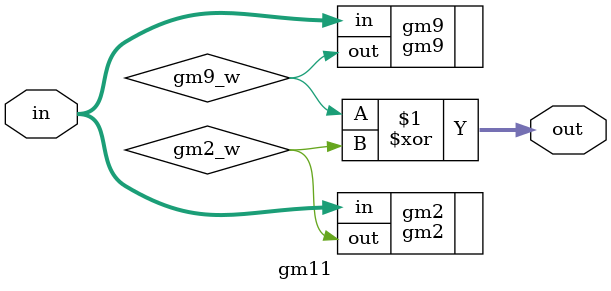
<source format=sv>
module gm11 (input logic [7:0] in,
             output logic [7:0] out);

logic gm9_w;
logic gm2_w;
gm9 gm9 (.in (in),
         .out(gm9_w));
         
gm2 gm2 (.in (in),
         .out(gm2_w));
assign out = gm9_w ^ gm2_w;
    
endmodule
</source>
